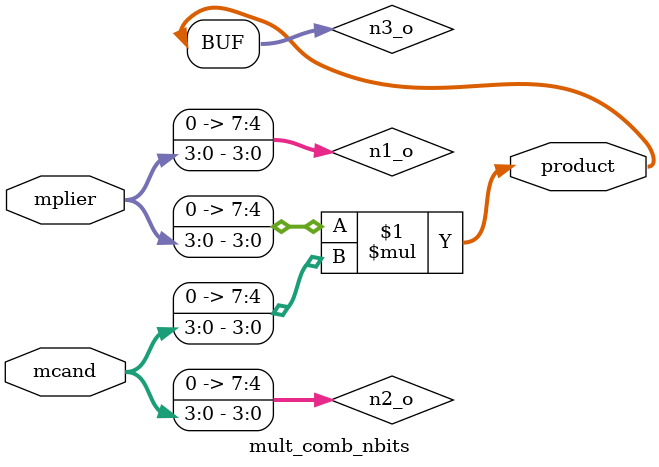
<source format=v>
module mult_comb_nbits
  (input  [3:0] mplier,
   input  [3:0] mcand,
   output [7:0] product);
  wire [7:0] n1_o;
  wire [7:0] n2_o;
  wire [7:0] n3_o;
  assign product = n3_o;
  /* src/mult_comb_nbits.vhdl:15:50  */
  assign n1_o = {4'b0, mplier};  //  uext
  /* src/mult_comb_nbits.vhdl:15:50  */
  assign n2_o = {4'b0, mcand};  //  uext
  /* src/mult_comb_nbits.vhdl:15:50  */
  assign n3_o = n1_o * n2_o; // umul
endmodule


</source>
